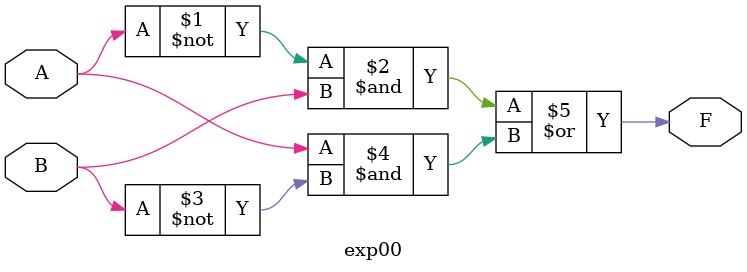
<source format=v>
module exp00(
	input A,
	input B,
	output F

);

assign F = ~A&B|A&~B;

endmodule

</source>
